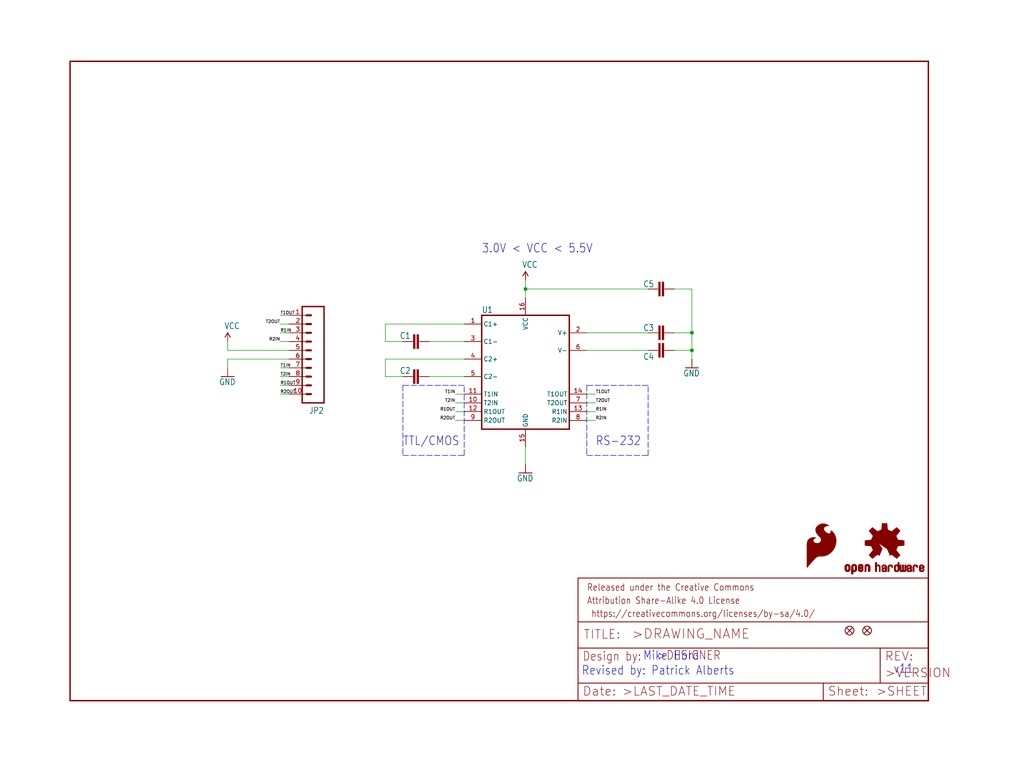
<source format=kicad_sch>
(kicad_sch (version 20211123) (generator eeschema)
  (paper "User" 297.002 223.926)
  (lib_symbols
    (symbol "eagleSchem-eagle-import:0.1UF-25V(+80{slash}-20%)(0603)"
      (property "Reference" "C" (at 1.524 2.921 0))
      (property "Value" "0.1UF-25V(+80{slash}-20%)(0603)" (at 1.524 -2.159 0))
      (symbol "0.1UF-25V(+80{slash}-20%)(0603)_1_0"
        (pin passive line (at 0 5.08 270) (length 2.54) (name "1") (number "1"))
        (pin passive line (at 0 -2.54 90) (length 2.54) (name "2") (number "2"))
      )
    )
    (symbol "eagleSchem-eagle-import:FIDUCIAL1X2")
    (symbol "eagleSchem-eagle-import:FRAME-LETTER"
      (symbol "FRAME-LETTER_2_0"
        (text " https://creativecommons.org/licenses/by-sa/4.0/" (at 2.54 24.13 0) (effects (font (size 1.9304 1.6408)) (justify left bottom)))
        (text ">DESIGNER" (at 22.86 11.684 0) (effects (font (size 2.54 2.159)) (justify left bottom)))
        (text ">DRAWING_NAME" (at 15.494 17.78 0) (effects (font (size 2.7432 2.7432)) (justify left bottom)))
        (text ">LAST_DATE_TIME" (at 12.7 1.27 0) (effects (font (size 2.54 2.54)) (justify left bottom)))
        (text ">SHEET" (at 86.36 1.27 0) (effects (font (size 2.54 2.54)) (justify left bottom)))
        (text ">VERSION" (at 88.9 6.604 0) (effects (font (size 2.54 2.54)) (justify left bottom)))
        (text "Attribution Share-Alike 4.0 License" (at 2.54 27.94 0) (effects (font (size 1.9304 1.6408)) (justify left bottom)))
        (text "Date:" (at 1.27 1.27 0) (effects (font (size 2.54 2.54)) (justify left bottom)))
        (text "Design by:" (at 1.27 11.43 0) (effects (font (size 2.54 2.159)) (justify left bottom)))
        (text "Released under the Creative Commons" (at 2.54 31.75 0) (effects (font (size 1.9304 1.6408)) (justify left bottom)))
        (text "REV:" (at 88.9 11.43 0) (effects (font (size 2.54 2.54)) (justify left bottom)))
        (text "Sheet:" (at 72.39 1.27 0) (effects (font (size 2.54 2.54)) (justify left bottom)))
        (text "TITLE:" (at 1.524 17.78 0) (effects (font (size 2.54 2.54)) (justify left bottom)))
      )
    )
    (symbol "eagleSchem-eagle-import:GND" (power)
      (property "Value" "GND" (at -2.54 -2.54 0))
      (symbol "GND_1_0"
        (pin power_in line (at 0 2.54 270) (length 2.54) (name "GND") (number "1"))
      )
    )
    (symbol "eagleSchem-eagle-import:M10{dblquote}"
      (property "Reference" "JP" (at 0 8.89 0))
      (property "Value" "M10{dblquote}" (at 0 -22.86 0))
      (symbol "M10{dblquote}_1_0"
        (pin passive line (at 10.16 -17.78 180) (length 5.08) (name "1") (number "1"))
        (pin passive line (at 10.16 5.08 180) (length 5.08) (name "10") (number "10"))
        (pin passive line (at 10.16 -15.24 180) (length 5.08) (name "2") (number "2"))
        (pin passive line (at 10.16 -12.7 180) (length 5.08) (name "3") (number "3"))
        (pin passive line (at 10.16 -10.16 180) (length 5.08) (name "4") (number "4"))
        (pin passive line (at 10.16 -7.62 180) (length 5.08) (name "5") (number "5"))
        (pin passive line (at 10.16 -5.08 180) (length 5.08) (name "6") (number "6"))
        (pin passive line (at 10.16 -2.54 180) (length 5.08) (name "7") (number "7"))
        (pin passive line (at 10.16 0 180) (length 5.08) (name "8") (number "8"))
        (pin passive line (at 10.16 2.54 180) (length 5.08) (name "9") (number "9"))
      )
    )
    (symbol "eagleSchem-eagle-import:MAX232SOIC16"
      (property "Reference" "U" (at -10.16 15.875 0))
      (property "Value" "MAX232SOIC16" (at -10.16 -20.32 0))
      (symbol "MAX232SOIC16_1_0"
        (pin bidirectional line (at -15.24 12.7 0) (length 5.08) (name "C1+") (number "1"))
        (pin input line (at -15.24 -10.16 0) (length 5.08) (name "T2IN") (number "10"))
        (pin input line (at -15.24 -7.62 0) (length 5.08) (name "T1IN") (number "11"))
        (pin output line (at -15.24 -12.7 0) (length 5.08) (name "R1OUT") (number "12"))
        (pin input line (at 20.32 -12.7 180) (length 5.08) (name "R1IN") (number "13"))
        (pin output line (at 20.32 -7.62 180) (length 5.08) (name "T1OUT") (number "14"))
        (pin bidirectional line (at 2.54 -22.86 90) (length 5.08) (name "GND") (number "15"))
        (pin bidirectional line (at 2.54 20.32 270) (length 5.08) (name "VCC") (number "16"))
        (pin bidirectional line (at 20.32 10.16 180) (length 5.08) (name "V+") (number "2"))
        (pin bidirectional line (at -15.24 7.62 0) (length 5.08) (name "C1-") (number "3"))
        (pin bidirectional line (at -15.24 2.54 0) (length 5.08) (name "C2+") (number "4"))
        (pin bidirectional line (at -15.24 -2.54 0) (length 5.08) (name "C2-") (number "5"))
        (pin bidirectional line (at 20.32 5.08 180) (length 5.08) (name "V-") (number "6"))
        (pin output line (at 20.32 -10.16 180) (length 5.08) (name "T2OUT") (number "7"))
        (pin input line (at 20.32 -15.24 180) (length 5.08) (name "R2IN") (number "8"))
        (pin output line (at -15.24 -15.24 0) (length 5.08) (name "R2OUT") (number "9"))
      )
    )
    (symbol "eagleSchem-eagle-import:OSHW-LOGOS")
    (symbol "eagleSchem-eagle-import:SFE_LOGO_FLAME.1_INCH")
    (symbol "eagleSchem-eagle-import:VCC" (power)
      (property "Value" "VCC" (at -1.016 3.556 0))
      (symbol "VCC_1_0"
        (pin power_in line (at 0 0 90) (length 2.54) (name "VCC") (number "1"))
      )
    )
  )
  (junction (at 152.4 83.82))
  (junction (at 200.66 96.52))
  (junction (at 200.66 101.6))
  (wire (pts (xy 134.62 99.06) (xy 124.46 99.06)))
  (wire (pts (xy 83.82 106.68) (xy 81.28 106.68)))
  (wire (pts (xy 134.62 119.38) (xy 132.08 119.38)))
  (wire (pts (xy 116.84 109.22) (xy 111.76 109.22)))
  (wire (pts (xy 170.18 114.3) (xy 172.72 114.3)))
  (wire (pts (xy 152.4 134.62) (xy 152.4 129.54)))
  (wire (pts (xy 111.76 93.98) (xy 134.62 93.98)))
  (wire (pts (xy 134.62 109.22) (xy 124.46 109.22)))
  (polyline (pts (xy 170.18 132.08) (xy 187.96 132.08)))
  (wire (pts (xy 200.66 96.52) (xy 200.66 101.6)))
  (wire (pts (xy 195.58 83.82) (xy 200.66 83.82)))
  (polyline (pts (xy 187.96 132.08) (xy 187.96 111.76)))
  (polyline (pts (xy 116.84 132.08) (xy 134.62 132.08)))
  (wire (pts (xy 83.82 93.98) (xy 81.28 93.98)))
  (wire (pts (xy 200.66 101.6) (xy 195.58 101.6)))
  (wire (pts (xy 170.18 96.52) (xy 187.96 96.52)))
  (wire (pts (xy 83.82 96.52) (xy 81.28 96.52)))
  (wire (pts (xy 111.76 99.06) (xy 111.76 93.98)))
  (polyline (pts (xy 134.62 132.08) (xy 134.62 111.76)))
  (wire (pts (xy 111.76 109.22) (xy 111.76 104.14)))
  (wire (pts (xy 134.62 114.3) (xy 132.08 114.3)))
  (wire (pts (xy 152.4 81.28) (xy 152.4 83.82)))
  (wire (pts (xy 200.66 83.82) (xy 200.66 96.52)))
  (wire (pts (xy 134.62 116.84) (xy 132.08 116.84)))
  (wire (pts (xy 66.04 101.6) (xy 66.04 99.06)))
  (polyline (pts (xy 134.62 111.76) (xy 116.84 111.76)))
  (wire (pts (xy 170.18 101.6) (xy 187.96 101.6)))
  (wire (pts (xy 134.62 121.92) (xy 132.08 121.92)))
  (wire (pts (xy 195.58 96.52) (xy 200.66 96.52)))
  (wire (pts (xy 170.18 121.92) (xy 172.72 121.92)))
  (polyline (pts (xy 187.96 111.76) (xy 170.18 111.76)))
  (wire (pts (xy 200.66 104.14) (xy 200.66 101.6)))
  (wire (pts (xy 111.76 104.14) (xy 134.62 104.14)))
  (wire (pts (xy 83.82 104.14) (xy 66.04 104.14)))
  (wire (pts (xy 83.82 91.44) (xy 81.28 91.44)))
  (wire (pts (xy 83.82 114.3) (xy 81.28 114.3)))
  (wire (pts (xy 170.18 116.84) (xy 172.72 116.84)))
  (wire (pts (xy 83.82 111.76) (xy 81.28 111.76)))
  (polyline (pts (xy 170.18 111.76) (xy 170.18 132.08)))
  (wire (pts (xy 66.04 104.14) (xy 66.04 106.68)))
  (wire (pts (xy 81.28 99.06) (xy 83.82 99.06)))
  (polyline (pts (xy 116.84 111.76) (xy 116.84 132.08)))
  (wire (pts (xy 83.82 109.22) (xy 81.28 109.22)))
  (wire (pts (xy 116.84 99.06) (xy 111.76 99.06)))
  (wire (pts (xy 187.96 83.82) (xy 152.4 83.82)))
  (wire (pts (xy 170.18 119.38) (xy 172.72 119.38)))
  (wire (pts (xy 152.4 83.82) (xy 152.4 86.36)))
  (wire (pts (xy 83.82 101.6) (xy 66.04 101.6)))
  (text "3.0V < VCC < 5.5V" (at 139.7 73.66 180) (effects (font (size 2.54 2.159)) (justify left bottom)))
  (text "Revised by: Patrick Alberts" (at 168.656 196.088 180) (effects (font (size 2.54 2.159)) (justify left bottom)))
  (text "Mike Hord" (at 186.436 191.77 180) (effects (font (size 2.54 2.159)) (justify left bottom)))
  (text "TTL/CMOS" (at 116.84 129.54 180) (effects (font (size 2.54 2.159)) (justify left bottom)))
  (text "RS-232" (at 172.72 129.54 180) (effects (font (size 2.54 2.159)) (justify left bottom)))
  (text "v11" (at 259.08 195.58 180) (effects (font (size 2.54 2.159)) (justify left bottom)))
  (label "T1IN" (at 132.08 114.3 180) (effects (font (size 0.889 0.889))))
  (label "R2OUT" (at 132.08 121.92 180) (effects (font (size 0.889 0.889))))
  (label "R1IN" (at 172.72 119.38 0) (effects (font (size 0.889 0.889))))
  (label "R2IN" (at 81.28 99.06 180) (effects (font (size 0.889 0.889))))
  (label "R2OUT" (at 81.28 114.3 0) (effects (font (size 0.889 0.889))))
  (label "T2IN" (at 132.08 116.84 180) (effects (font (size 0.889 0.889))))
  (label "T2IN" (at 81.28 109.22 0) (effects (font (size 0.889 0.889))))
  (label "R1OUT" (at 81.28 111.76 0) (effects (font (size 0.889 0.889))))
  (label "R1IN" (at 81.28 96.52 0) (effects (font (size 0.889 0.889))))
  (label "T2OUT" (at 81.28 93.98 180) (effects (font (size 0.889 0.889))))
  (label "T1OUT" (at 172.72 114.3 0) (effects (font (size 0.889 0.889))))
  (label "R2IN" (at 172.72 121.92 0) (effects (font (size 0.889 0.889))))
  (label "T2OUT" (at 172.72 116.84 0) (effects (font (size 0.889 0.889))))
  (label "R1OUT" (at 132.08 119.38 180) (effects (font (size 0.889 0.889))))
  (label "T1IN" (at 81.28 106.68 0) (effects (font (size 0.889 0.889))))
  (label "T1OUT" (at 81.28 91.44 0) (effects (font (size 0.889 0.889))))
  (symbol (lib_id "eagleSchem-eagle-import:VCC") (at 66.04 99.06 0) (unit 1)
    (property "Reference" "#P+2" (effects hide))
    (property "Value" "VCC" (at 65.024 95.504 0) (effects (font (size 1.778 1.5113)) (justify left bottom)))
    (property "Footprint" "eagleSchem:" (effects hide))
  )
  (symbol (lib_id "eagleSchem-eagle-import:0.1UF-25V(+80{slash}-20%)(0603)") (at 121.92 109.22 90) (unit 1)
    (property "Reference" "C2" (at 119.126 106.553 90) (effects (font (size 1.778 1.5113)) (justify left bottom)))
    (property "Value" ".1uF" (at 121.666 108.331 90) (effects (font (size 1.778 1.5113)) (justify right top)))
    (property "Footprint" "eagleSchem:0603-CAP" (effects hide))
    (property "Value" ".1uF" (effects hide))
    (property "Value" ".1uF" (effects hide))
  )
  (symbol (lib_id "eagleSchem-eagle-import:SFE_LOGO_FLAME.1_INCH") (at 233.68 165.1 0) (unit 1)
    (property "Reference" "LOGO1" (effects hide))
    (property "Value" "SFE_LOGO_FLAME.1_INCH" (effects hide))
    (property "Footprint" "eagleSchem:SFE_LOGO_FLAME_.1" (effects hide))
  )
  (symbol (lib_id "eagleSchem-eagle-import:MAX232SOIC16") (at 149.86 106.68 0) (unit 1)
    (property "Reference" "U1" (at 139.7 90.805 0) (effects (font (size 1.778 1.5113)) (justify left bottom)))
    (property "Value" "MAX3232" (at 139.7 127 0) (effects (font (size 1.778 1.5113)) (justify left bottom)))
    (property "Footprint" "eagleSchem:SO016" (effects hide))
    (property "Value" "MAX3232" (effects hide))
  )
  (symbol (lib_id "eagleSchem-eagle-import:FIDUCIAL1X2") (at 251.46 182.88 0) (unit 1)
    (property "Reference" "FID2" (effects hide))
    (property "Value" "FIDUCIAL1X2" (effects hide))
    (property "Footprint" "eagleSchem:FIDUCIAL-1X2" (effects hide))
  )
  (symbol (lib_id "eagleSchem-eagle-import:FRAME-LETTER") (at 167.64 203.2 0) (unit 2)
    (property "Reference" "FRAME1" (effects hide))
    (property "Value" "FRAME-LETTER" (effects hide))
    (property "Footprint" "eagleSchem:CREATIVE_COMMONS" (effects hide))
    (property "Value" "FRAME-LETTER" (effects hide))
  )
  (symbol (lib_id "eagleSchem-eagle-import:M10{dblquote}") (at 93.98 109.22 180) (unit 1)
    (property "Reference" "JP2" (at 93.98 118.11 0) (effects (font (size 1.778 1.5113)) (justify left bottom)))
    (property "Value" "M10{dblquote}" (at 93.98 86.36 0) (effects (font (size 1.778 1.5113)) (justify left bottom)))
    (property "Footprint" "eagleSchem:1X10" (effects hide))
    (property "Value" "M10{dblquote}" (effects hide))
  )
  (symbol (lib_id "eagleSchem-eagle-import:GND") (at 200.66 106.68 0) (unit 1)
    (property "Reference" "#GND1" (effects hide))
    (property "Value" "GND" (at 198.12 109.22 0) (effects (font (size 1.778 1.5113)) (justify left bottom)))
    (property "Footprint" "eagleSchem:" (effects hide))
  )
  (symbol (lib_id "eagleSchem-eagle-import:GND") (at 152.4 137.16 0) (unit 1)
    (property "Reference" "#GND2" (effects hide))
    (property "Value" "GND" (at 149.86 139.7 0) (effects (font (size 1.778 1.5113)) (justify left bottom)))
    (property "Footprint" "eagleSchem:" (effects hide))
  )
  (symbol (lib_id "eagleSchem-eagle-import:0.1UF-25V(+80{slash}-20%)(0603)") (at 193.04 83.82 90) (unit 1)
    (property "Reference" "C5" (at 189.738 81.407 90) (effects (font (size 1.778 1.5113)) (justify left bottom)))
    (property "Value" ".1uF" (at 198.374 81.407 90) (effects (font (size 1.778 1.5113)) (justify left bottom)))
    (property "Footprint" "eagleSchem:0603-CAP" (effects hide))
    (property "Value" ".1uF" (effects hide))
    (property "Value" ".1uF" (effects hide))
  )
  (symbol (lib_id "eagleSchem-eagle-import:FIDUCIAL1X2") (at 246.38 182.88 0) (unit 1)
    (property "Reference" "FID1" (effects hide))
    (property "Value" "FIDUCIAL1X2" (effects hide))
    (property "Footprint" "eagleSchem:FIDUCIAL-1X2" (effects hide))
  )
  (symbol (lib_id "eagleSchem-eagle-import:0.1UF-25V(+80{slash}-20%)(0603)") (at 121.92 99.06 90) (unit 1)
    (property "Reference" "C1" (at 119.126 96.393 90) (effects (font (size 1.778 1.5113)) (justify left bottom)))
    (property "Value" ".1uF" (at 122.174 98.171 90) (effects (font (size 1.778 1.5113)) (justify right top)))
    (property "Footprint" "eagleSchem:0603-CAP" (effects hide))
    (property "Value" ".1uF" (effects hide))
    (property "Value" ".1uF" (effects hide))
  )
  (symbol (lib_id "eagleSchem-eagle-import:FRAME-LETTER") (at 20.32 203.2 0) (unit 1)
    (property "Reference" "FRAME1" (effects hide))
    (property "Value" "FRAME-LETTER" (effects hide))
    (property "Footprint" "eagleSchem:CREATIVE_COMMONS" (effects hide))
    (property "Value" "FRAME-LETTER" (effects hide))
  )
  (symbol (lib_id "eagleSchem-eagle-import:0.1UF-25V(+80{slash}-20%)(0603)") (at 193.04 96.52 90) (unit 1)
    (property "Reference" "C3" (at 189.738 94.107 90) (effects (font (size 1.778 1.5113)) (justify left bottom)))
    (property "Value" ".1uF" (at 198.374 94.107 90) (effects (font (size 1.778 1.5113)) (justify left bottom)))
    (property "Footprint" "eagleSchem:0603-CAP" (effects hide))
    (property "Value" ".1uF" (effects hide))
    (property "Value" ".1uF" (effects hide))
  )
  (symbol (lib_id "eagleSchem-eagle-import:GND") (at 66.04 109.22 0) (unit 1)
    (property "Reference" "#GND3" (effects hide))
    (property "Value" "GND" (at 63.5 111.76 0) (effects (font (size 1.778 1.5113)) (justify left bottom)))
    (property "Footprint" "eagleSchem:" (effects hide))
  )
  (symbol (lib_id "eagleSchem-eagle-import:VCC") (at 152.4 81.28 0) (unit 1)
    (property "Reference" "#P+1" (effects hide))
    (property "Value" "VCC" (at 151.384 77.724 0) (effects (font (size 1.778 1.5113)) (justify left bottom)))
    (property "Footprint" "eagleSchem:" (effects hide))
  )
  (symbol (lib_id "eagleSchem-eagle-import:OSHW-LOGOS") (at 256.54 157.48 0) (unit 1)
    (property "Reference" "U$1" (effects hide))
    (property "Value" "OSHW-LOGOS" (effects hide))
    (property "Footprint" "eagleSchem:OSHW-LOGO-S" (effects hide))
    (property "Value" "OSHW-LOGOS" (effects hide))
  )
  (symbol (lib_id "eagleSchem-eagle-import:0.1UF-25V(+80{slash}-20%)(0603)") (at 193.04 101.6 90) (unit 1)
    (property "Reference" "C4" (at 189.738 102.489 90) (effects (font (size 1.778 1.5113)) (justify left bottom)))
    (property "Value" ".1uF" (at 198.12 102.489 90) (effects (font (size 1.778 1.5113)) (justify left bottom)))
    (property "Footprint" "eagleSchem:0603-CAP" (effects hide))
    (property "Value" ".1uF" (effects hide))
    (property "Value" ".1uF" (effects hide))
  )
)
</source>
